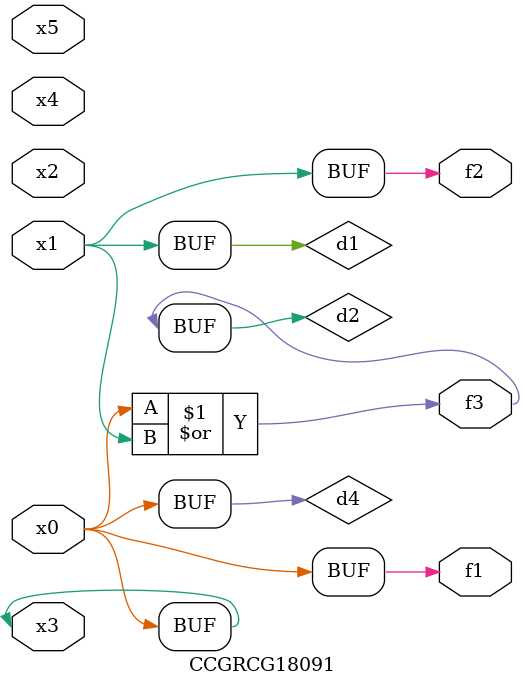
<source format=v>
module CCGRCG18091(
	input x0, x1, x2, x3, x4, x5,
	output f1, f2, f3
);

	wire d1, d2, d3, d4;

	and (d1, x1);
	or (d2, x0, x1);
	nand (d3, x0, x5);
	buf (d4, x0, x3);
	assign f1 = d4;
	assign f2 = d1;
	assign f3 = d2;
endmodule

</source>
